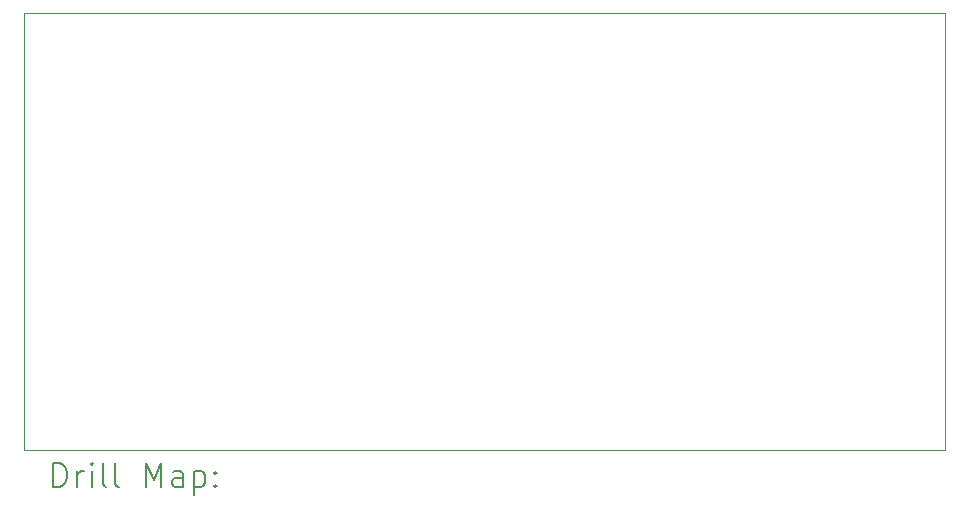
<source format=gbr>
%TF.GenerationSoftware,KiCad,Pcbnew,(6.0.7)*%
%TF.CreationDate,2022-10-05T21:11:50-04:00*%
%TF.ProjectId,Dogometer_v1,446f676f-6d65-4746-9572-5f76312e6b69,rev?*%
%TF.SameCoordinates,Original*%
%TF.FileFunction,Drillmap*%
%TF.FilePolarity,Positive*%
%FSLAX45Y45*%
G04 Gerber Fmt 4.5, Leading zero omitted, Abs format (unit mm)*
G04 Created by KiCad (PCBNEW (6.0.7)) date 2022-10-05 21:11:50*
%MOMM*%
%LPD*%
G01*
G04 APERTURE LIST*
%ADD10C,0.100000*%
%ADD11C,0.200000*%
G04 APERTURE END LIST*
D10*
X10610000Y-8500000D02*
X18410000Y-8500000D01*
X18410000Y-8500000D02*
X18410000Y-12200000D01*
X18410000Y-12200000D02*
X10610000Y-12200000D01*
X10610000Y-12200000D02*
X10610000Y-8500000D01*
D11*
X10862619Y-12515476D02*
X10862619Y-12315476D01*
X10910238Y-12315476D01*
X10938810Y-12325000D01*
X10957857Y-12344048D01*
X10967381Y-12363095D01*
X10976905Y-12401190D01*
X10976905Y-12429762D01*
X10967381Y-12467857D01*
X10957857Y-12486905D01*
X10938810Y-12505952D01*
X10910238Y-12515476D01*
X10862619Y-12515476D01*
X11062619Y-12515476D02*
X11062619Y-12382143D01*
X11062619Y-12420238D02*
X11072143Y-12401190D01*
X11081667Y-12391667D01*
X11100714Y-12382143D01*
X11119762Y-12382143D01*
X11186428Y-12515476D02*
X11186428Y-12382143D01*
X11186428Y-12315476D02*
X11176905Y-12325000D01*
X11186428Y-12334524D01*
X11195952Y-12325000D01*
X11186428Y-12315476D01*
X11186428Y-12334524D01*
X11310238Y-12515476D02*
X11291190Y-12505952D01*
X11281667Y-12486905D01*
X11281667Y-12315476D01*
X11415000Y-12515476D02*
X11395952Y-12505952D01*
X11386428Y-12486905D01*
X11386428Y-12315476D01*
X11643571Y-12515476D02*
X11643571Y-12315476D01*
X11710238Y-12458333D01*
X11776905Y-12315476D01*
X11776905Y-12515476D01*
X11957857Y-12515476D02*
X11957857Y-12410714D01*
X11948333Y-12391667D01*
X11929286Y-12382143D01*
X11891190Y-12382143D01*
X11872143Y-12391667D01*
X11957857Y-12505952D02*
X11938809Y-12515476D01*
X11891190Y-12515476D01*
X11872143Y-12505952D01*
X11862619Y-12486905D01*
X11862619Y-12467857D01*
X11872143Y-12448809D01*
X11891190Y-12439286D01*
X11938809Y-12439286D01*
X11957857Y-12429762D01*
X12053095Y-12382143D02*
X12053095Y-12582143D01*
X12053095Y-12391667D02*
X12072143Y-12382143D01*
X12110238Y-12382143D01*
X12129286Y-12391667D01*
X12138809Y-12401190D01*
X12148333Y-12420238D01*
X12148333Y-12477381D01*
X12138809Y-12496428D01*
X12129286Y-12505952D01*
X12110238Y-12515476D01*
X12072143Y-12515476D01*
X12053095Y-12505952D01*
X12234048Y-12496428D02*
X12243571Y-12505952D01*
X12234048Y-12515476D01*
X12224524Y-12505952D01*
X12234048Y-12496428D01*
X12234048Y-12515476D01*
X12234048Y-12391667D02*
X12243571Y-12401190D01*
X12234048Y-12410714D01*
X12224524Y-12401190D01*
X12234048Y-12391667D01*
X12234048Y-12410714D01*
M02*

</source>
